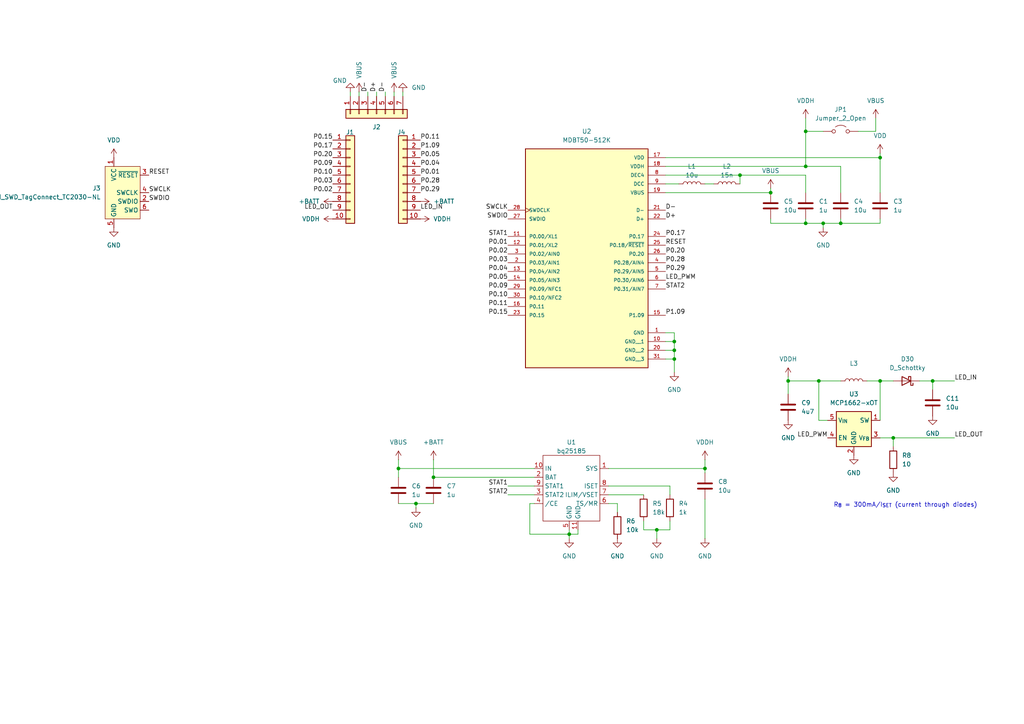
<source format=kicad_sch>
(kicad_sch (version 20250114) (generator "eeschema") (generator_version "9.0")
  (paper "A4")
  (lib_symbols
    (symbol "Connector:Conn_ARM_SWD_TagConnect_TC2030-NL" (in_bom no)
      (property "Reference" "J" (at 2.54 11.43 0))
      (property "Value" "Conn_ARM_SWD_TagConnect_TC2030-NL" (at 2.54 8.89 0))
      (symbol "Conn_ARM_SWD_TagConnect_TC2030-NL_0_0"
        (pin power_in line (at -2.54 10.16 270) (length 2.54) (name "VCC") (number "1"))
        (pin power_in line (at -2.54 -10.16 90) (length 2.54) (name "GND") (number "5"))
        (pin open_collector line (at 7.62 5.08 180) (length 2.54) (name "~{RESET}") (number "3"))
        (pin output line (at 7.62 0 180) (length 2.54) (name "SWCLK") (number "4"))
        (pin bidirectional line (at 7.62 -2.54 180) (length 2.54) (name "SWDIO") (number "2"))
        (pin input line (at 7.62 -5.08 180) (length 2.54) (name "SWO") (number "6"))
      )
      (symbol "Conn_ARM_SWD_TagConnect_TC2030-NL_0_1"
        (rectangle (start -5.08 7.62) (end 5.08 -7.62) (fill (type background)))
      )
    )
    (symbol "Connector_Generic:Conn_01x07" (pin_names (offset 1.016) (hide yes))
      (property "Reference" "J" (at 0 10.16 0))
      (property "Value" "Conn_01x07" (at 0 -10.16 0))
      (symbol "Conn_01x07_1_1"
        (rectangle (start -1.27 8.89) (end 1.27 -8.89) (stroke (width 0.254)) (fill (type background)))
        (rectangle (start -1.27 7.747) (end 0 7.493) (stroke (width 0.1524)))
        (rectangle (start -1.27 5.207) (end 0 4.953) (stroke (width 0.1524)))
        (rectangle (start -1.27 2.667) (end 0 2.413) (stroke (width 0.1524)))
        (rectangle (start -1.27 0.127) (end 0 -0.127) (stroke (width 0.1524)))
        (rectangle (start -1.27 -2.413) (end 0 -2.667) (stroke (width 0.1524)))
        (rectangle (start -1.27 -4.953) (end 0 -5.207) (stroke (width 0.1524)))
        (rectangle (start -1.27 -7.493) (end 0 -7.747) (stroke (width 0.1524)))
        (pin passive line (at -5.08 7.62 0) (length 3.81) (name "Pin_1") (number "1"))
        (pin passive line (at -5.08 5.08 0) (length 3.81) (name "Pin_2") (number "2"))
        (pin passive line (at -5.08 2.54 0) (length 3.81) (name "Pin_3") (number "3"))
        (pin passive line (at -5.08 0 0) (length 3.81) (name "Pin_4") (number "4"))
        (pin passive line (at -5.08 -2.54 0) (length 3.81) (name "Pin_5") (number "5"))
        (pin passive line (at -5.08 -5.08 0) (length 3.81) (name "Pin_6") (number "6"))
        (pin passive line (at -5.08 -7.62 0) (length 3.81) (name "Pin_7") (number "7"))
      )
    )
    (symbol "Connector_Generic:Conn_01x10" (pin_names (offset 1.016) (hide yes))
      (property "Reference" "J" (at 0 12.7 0))
      (property "Value" "Conn_01x10" (at 0 -15.24 0))
      (symbol "Conn_01x10_1_1"
        (rectangle (start -1.27 11.43) (end 1.27 -13.97) (stroke (width 0.254)) (fill (type background)))
        (rectangle (start -1.27 10.287) (end 0 10.033) (stroke (width 0.1524)))
        (rectangle (start -1.27 7.747) (end 0 7.493) (stroke (width 0.1524)))
        (rectangle (start -1.27 5.207) (end 0 4.953) (stroke (width 0.1524)))
        (rectangle (start -1.27 2.667) (end 0 2.413) (stroke (width 0.1524)))
        (rectangle (start -1.27 0.127) (end 0 -0.127) (stroke (width 0.1524)))
        (rectangle (start -1.27 -2.413) (end 0 -2.667) (stroke (width 0.1524)))
        (rectangle (start -1.27 -4.953) (end 0 -5.207) (stroke (width 0.1524)))
        (rectangle (start -1.27 -7.493) (end 0 -7.747) (stroke (width 0.1524)))
        (rectangle (start -1.27 -10.033) (end 0 -10.287) (stroke (width 0.1524)))
        (rectangle (start -1.27 -12.573) (end 0 -12.827) (stroke (width 0.1524)))
        (pin passive line (at -5.08 10.16 0) (length 3.81) (name "Pin_1") (number "1"))
        (pin passive line (at -5.08 7.62 0) (length 3.81) (name "Pin_2") (number "2"))
        (pin passive line (at -5.08 5.08 0) (length 3.81) (name "Pin_3") (number "3"))
        (pin passive line (at -5.08 2.54 0) (length 3.81) (name "Pin_4") (number "4"))
        (pin passive line (at -5.08 0 0) (length 3.81) (name "Pin_5") (number "5"))
        (pin passive line (at -5.08 -2.54 0) (length 3.81) (name "Pin_6") (number "6"))
        (pin passive line (at -5.08 -5.08 0) (length 3.81) (name "Pin_7") (number "7"))
        (pin passive line (at -5.08 -7.62 0) (length 3.81) (name "Pin_8") (number "8"))
        (pin passive line (at -5.08 -10.16 0) (length 3.81) (name "Pin_9") (number "9"))
        (pin passive line (at -5.08 -12.7 0) (length 3.81) (name "Pin_10") (number "10"))
      )
    )
    (symbol "Device:C" (pin_numbers (hide yes)) (pin_names (offset 0.254))
      (property "Reference" "C" (at 0.635 2.54 0))
      (property "Value" "C" (at 0.635 -2.54 0))
      (symbol "C_0_1"
        (polyline (pts (xy -2.032 0.762) (xy 2.032 0.762)) (stroke (width 0.508)))
        (polyline (pts (xy -2.032 -0.762) (xy 2.032 -0.762)) (stroke (width 0.508)))
      )
      (symbol "C_1_1"
        (pin passive line (at 0 3.81 270) (length 2.794) (name "~") (number "1"))
        (pin passive line (at 0 -3.81 90) (length 2.794) (name "~") (number "2"))
      )
    )
    (symbol "Device:D_Schottky" (pin_numbers (hide yes)) (pin_names (offset 1.016) (hide yes))
      (property "Reference" "D" (at 0 2.54 0))
      (property "Value" "D_Schottky" (at 0 -2.54 0))
      (symbol "D_Schottky_0_1"
        (polyline (pts (xy -1.905 0.635) (xy -1.905 1.27) (xy -1.27 1.27) (xy -1.27 -1.27) (xy -0.635 -1.27) (xy -0.635 -0.635)) (stroke (width 0.254)))
        (polyline (pts (xy 1.27 1.27) (xy 1.27 -1.27) (xy -1.27 0) (xy 1.27 1.27)) (stroke (width 0.254)))
        (polyline (pts (xy 1.27 0) (xy -1.27 0)))
      )
      (symbol "D_Schottky_1_1"
        (pin passive line (at -3.81 0 0) (length 2.54) (name "K") (number "1"))
        (pin passive line (at 3.81 0 180) (length 2.54) (name "A") (number "2"))
      )
    )
    (symbol "Device:L" (pin_numbers (hide yes)) (pin_names (offset 1.016) (hide yes))
      (property "Reference" "L" (at -1.27 0 90))
      (property "Value" "L" (at 1.905 0 90))
      (symbol "L_0_1"
        (arc (start 0 2.54) (mid 0.6323 1.905) (end 0 1.27))
        (arc (start 0 1.27) (mid 0.6323 0.635) (end 0 0))
        (arc (start 0 0) (mid 0.6323 -0.635) (end 0 -1.27))
        (arc (start 0 -1.27) (mid 0.6323 -1.905) (end 0 -2.54))
      )
      (symbol "L_1_1"
        (pin passive line (at 0 3.81 270) (length 1.27) (name "1") (number "1"))
        (pin passive line (at 0 -3.81 90) (length 1.27) (name "2") (number "2"))
      )
    )
    (symbol "Device:R" (pin_numbers (hide yes)) (pin_names (offset 0))
      (property "Reference" "R" (at 2.032 0 90))
      (property "Value" "R" (at 0 0 90))
      (symbol "R_0_1"
        (rectangle (start -1.016 -2.54) (end 1.016 2.54) (stroke (width 0.254)))
      )
      (symbol "R_1_1"
        (pin passive line (at 0 3.81 270) (length 1.27) (name "~") (number "1"))
        (pin passive line (at 0 -3.81 90) (length 1.27) (name "~") (number "2"))
      )
    )
    (symbol "Driver_LED:MCP1662-xOT"
      (property "Reference" "U" (at -5.08 6.35 0))
      (property "Value" "MCP1662-xOT" (at 8.89 -6.35 0))
      (symbol "MCP1662-xOT_0_1"
        (rectangle (start -5.08 5.08) (end 5.08 -5.08) (stroke (width 0.254)) (fill (type background)))
      )
      (symbol "MCP1662-xOT_1_1"
        (pin power_in line (at -7.62 2.54 0) (length 2.54) (name "V_{IN}") (number "5"))
        (pin input line (at -7.62 -2.54 0) (length 2.54) (name "EN") (number "4"))
        (pin power_in line (at 0 -7.62 90) (length 2.54) (name "GND") (number "2"))
        (pin power_out line (at 7.62 2.54 180) (length 2.54) (name "SW") (number "1"))
        (pin input line (at 7.62 -2.54 180) (length 2.54) (name "V_{FB}") (number "3"))
      )
    )
    (symbol "Jumper:Jumper_2_Open" (pin_numbers (hide yes)) (pin_names (offset 0) (hide yes)) (exclude_from_sim yes)
      (property "Reference" "JP" (at 0 2.794 0))
      (property "Value" "Jumper_2_Open" (at 0 -2.286 0))
      (symbol "Jumper_2_Open_0_0"
        (circle (center -2.032 0) (radius 0.508))
        (circle (center 2.032 0) (radius 0.508))
      )
      (symbol "Jumper_2_Open_0_1"
        (arc (start -1.524 1.27) (mid 0 1.778) (end 1.524 1.27))
      )
      (symbol "Jumper_2_Open_1_1"
        (pin passive line (at -5.08 0 0) (length 2.54) (name "A") (number "1"))
        (pin passive line (at 5.08 0 180) (length 2.54) (name "B") (number "2"))
      )
    )
    (symbol "MDBT50:MDBT50-512K" (pin_names (offset 1.016))
      (property "Reference" "U" (at -17.78 28.702 0))
      (property "Value" "MDBT50-512K" (at -17.78 -38.1 0))
      (symbol "MDBT50-512K_0_0"
        (rectangle (start -17.78 -35.56) (end 17.78 27.94) (stroke (width 0.254)) (fill (type background)))
        (pin input clock (at -22.86 10.16 0) (length 5.08) (name "SWDCLK") (number "28"))
        (pin bidirectional line (at -22.86 7.62 0) (length 5.08) (name "SWDIO") (number "27"))
        (pin bidirectional line (at -22.86 2.54 0) (length 5.08) (name "P0.00/XL1") (number "11"))
        (pin bidirectional line (at -22.86 0 0) (length 5.08) (name "P0.01/XL2") (number "12"))
        (pin bidirectional line (at -22.86 -2.54 0) (length 5.08) (name "P0.02/AIN0") (number "3"))
        (pin bidirectional line (at -22.86 -5.08 0) (length 5.08) (name "P0.03/AIN1") (number "2"))
        (pin bidirectional line (at -22.86 -7.62 0) (length 5.08) (name "P0.04/AIN2") (number "13"))
        (pin bidirectional line (at -22.86 -10.16 0) (length 5.08) (name "P0.05/AIN3") (number "14"))
        (pin bidirectional line (at -22.86 -12.7 0) (length 5.08) (name "P0.09/NFC1") (number "29"))
        (pin bidirectional line (at -22.86 -15.24 0) (length 5.08) (name "P0.10/NFC2") (number "30"))
        (pin bidirectional line (at -22.86 -17.78 0) (length 5.08) (name "P0.11") (number "16"))
        (pin bidirectional line (at -22.86 -20.32 0) (length 5.08) (name "P0.15") (number "23"))
        (pin power_in line (at 22.86 25.4 180) (length 5.08) (name "VDD") (number "17"))
        (pin power_in line (at 22.86 22.86 180) (length 5.08) (name "VDDH") (number "18"))
        (pin power_in line (at 22.86 20.32 180) (length 5.08) (name "DEC4") (number "8"))
        (pin power_in line (at 22.86 17.78 180) (length 5.08) (name "DCC") (number "9"))
        (pin power_in line (at 22.86 15.24 180) (length 5.08) (name "VBUS") (number "19"))
        (pin bidirectional line (at 22.86 10.16 180) (length 5.08) (name "D-") (number "21"))
        (pin bidirectional line (at 22.86 7.62 180) (length 5.08) (name "D+") (number "22"))
        (pin bidirectional line (at 22.86 2.54 180) (length 5.08) (name "P0.17") (number "24"))
        (pin bidirectional line (at 22.86 0 180) (length 5.08) (name "P0.18/~{RESET}") (number "25"))
        (pin bidirectional line (at 22.86 -2.54 180) (length 5.08) (name "P0.20") (number "26"))
        (pin bidirectional line (at 22.86 -5.08 180) (length 5.08) (name "P0.28/AIN4") (number "4"))
        (pin bidirectional line (at 22.86 -7.62 180) (length 5.08) (name "P0.29/AIN5") (number "5"))
        (pin bidirectional line (at 22.86 -10.16 180) (length 5.08) (name "P0.30/AIN6") (number "6"))
        (pin bidirectional line (at 22.86 -12.7 180) (length 5.08) (name "P0.31/AIN7") (number "7"))
        (pin bidirectional line (at 22.86 -20.32 180) (length 5.08) (name "P1.09") (number "15"))
        (pin power_in line (at 22.86 -25.4 180) (length 5.08) (name "GND") (number "1"))
        (pin power_in line (at 22.86 -27.94 180) (length 5.08) (name "GND__1") (number "10"))
        (pin power_in line (at 22.86 -30.48 180) (length 5.08) (name "GND__2") (number "20"))
        (pin power_in line (at 22.86 -33.02 180) (length 5.08) (name "GND__3") (number "31"))
      )
    )
    (symbol "ocdmk:BQ25185"
      (property "Reference" "U" (at 15.748 14.732 0))
      (symbol "BQ25185_0_1"
        (rectangle (start 0 13.97) (end 16.51 -5.08))
      )
      (symbol "BQ25185_1_1"
        (pin input line (at -2.54 10.16 0) (length 2.54) (name "IN") (number "10"))
        (pin input line (at -2.54 7.62 0) (length 2.54) (name "BAT") (number "2"))
        (pin input line (at -2.54 5.08 0) (length 2.54) (name "STAT1") (number "9"))
        (pin input line (at -2.54 2.54 0) (length 2.54) (name "STAT2") (number "3"))
        (pin input line (at -2.54 0 0) (length 2.54) (name "/CE") (number "4"))
        (pin input line (at 7.62 -7.62 90) (length 2.54) (name "GND") (number "5"))
        (pin input line (at 10.16 -7.62 90) (length 2.54) (name "GND") (number "11"))
        (pin output line (at 19.05 10.16 180) (length 2.54) (name "SYS") (number "1"))
        (pin input line (at 19.05 5.08 180) (length 2.54) (name "ISET") (number "8"))
        (pin input line (at 19.05 2.54 180) (length 2.54) (name "ILIM/VSET") (number "7"))
        (pin input line (at 19.05 0 180) (length 2.54) (name "TS/MR") (number "6"))
      )
    )
    (symbol "power:+BATT" (power) (pin_numbers (hide yes)) (pin_names (offset 0) (hide yes))
      (property "Value" "+BATT" (at 0 3.556 0))
      (symbol "+BATT_0_1"
        (polyline (pts (xy -0.762 1.27) (xy 0 2.54)))
        (polyline (pts (xy 0 2.54) (xy 0.762 1.27)))
        (polyline (pts (xy 0 0) (xy 0 2.54)))
      )
      (symbol "+BATT_1_1"
        (pin power_in line (at 0 0 90) (length 0) (name "~") (number "1"))
      )
    )
    (symbol "power:GND" (power) (pin_numbers (hide yes)) (pin_names (offset 0) (hide yes))
      (property "Value" "GND" (at 0 -3.81 0))
      (symbol "GND_0_1"
        (polyline (pts (xy 0 0) (xy 0 -1.27) (xy 1.27 -1.27) (xy 0 -2.54) (xy -1.27 -1.27) (xy 0 -1.27)))
      )
      (symbol "GND_1_1"
        (pin power_in line (at 0 0 270) (length 0) (name "~") (number "1"))
      )
    )
    (symbol "power:VBUS" (power) (pin_numbers (hide yes)) (pin_names (offset 0) (hide yes))
      (property "Value" "VBUS" (at 0 3.556 0))
      (symbol "VBUS_0_1"
        (polyline (pts (xy -0.762 1.27) (xy 0 2.54)))
        (polyline (pts (xy 0 2.54) (xy 0.762 1.27)))
        (polyline (pts (xy 0 0) (xy 0 2.54)))
      )
      (symbol "VBUS_1_1"
        (pin power_in line (at 0 0 90) (length 0) (name "~") (number "1"))
      )
    )
    (symbol "power:VDD" (power) (pin_numbers (hide yes)) (pin_names (offset 0) (hide yes))
      (property "Value" "VDD" (at 0 3.556 0))
      (symbol "VDD_0_1"
        (polyline (pts (xy -0.762 1.27) (xy 0 2.54)))
        (polyline (pts (xy 0 2.54) (xy 0.762 1.27)))
        (polyline (pts (xy 0 0) (xy 0 2.54)))
      )
      (symbol "VDD_1_1"
        (pin power_in line (at 0 0 90) (length 0) (name "~") (number "1"))
      )
    )
  )
  (text "R_{8} = 300mA/I_{SET} (current through diodes)" (at 262.636 146.558 0) (effects (font (size 1.27 1.27))))
  (junction (at 223.52 55.88))
  (junction (at 195.58 104.14))
  (junction (at 238.76 64.77))
  (junction (at 255.27 110.49))
  (junction (at 255.27 45.72))
  (junction (at 233.68 38.1))
  (junction (at 165.1 154.94))
  (junction (at 195.58 99.06))
  (junction (at 243.84 64.77))
  (junction (at 204.47 135.89))
  (junction (at 237.49 110.49))
  (junction (at 270.51 110.49))
  (junction (at 233.68 48.26))
  (junction (at 214.63 50.8))
  (junction (at 259.08 127))
  (junction (at 120.65 146.05))
  (junction (at 125.73 138.43))
  (junction (at 115.57 135.89))
  (junction (at 190.5 153.67))
  (junction (at 228.6 110.49))
  (junction (at 195.58 101.6))
  (junction (at 233.68 64.77))
  (wire (pts (xy 193.04 48.26) (xy 233.68 48.26)))
  (wire (pts (xy 179.07 146.05) (xy 179.07 148.59)))
  (wire (pts (xy 194.31 140.97) (xy 194.31 143.51)))
  (wire (pts (xy 194.31 151.13) (xy 194.31 153.67)))
  (wire (pts (xy 176.53 146.05) (xy 179.07 146.05)))
  (wire (pts (xy 243.84 48.26) (xy 243.84 55.88)))
  (wire (pts (xy 233.68 50.8) (xy 233.68 55.88)))
  (wire (pts (xy 125.73 146.05) (xy 120.65 146.05)))
  (wire (pts (xy 255.27 121.92) (xy 255.27 110.49)))
  (wire (pts (xy 193.04 53.34) (xy 196.85 53.34)))
  (wire (pts (xy 228.6 110.49) (xy 228.6 114.3)))
  (wire (pts (xy 165.1 154.94) (xy 165.1 153.67)))
  (wire (pts (xy 240.03 121.92) (xy 237.49 121.92)))
  (wire (pts (xy 204.47 144.78) (xy 204.47 156.21)))
  (wire (pts (xy 114.3 26.67) (xy 114.3 27.94)))
  (wire (pts (xy 153.67 146.05) (xy 153.67 154.94)))
  (wire (pts (xy 193.04 101.6) (xy 195.58 101.6)))
  (wire (pts (xy 254 38.1) (xy 248.92 38.1)))
  (wire (pts (xy 204.47 133.35) (xy 204.47 135.89)))
  (wire (pts (xy 104.14 26.67) (xy 104.14 27.94)))
  (wire (pts (xy 214.63 53.34) (xy 214.63 50.8)))
  (wire (pts (xy 214.63 50.8) (xy 233.68 50.8)))
  (wire (pts (xy 243.84 63.5) (xy 243.84 64.77)))
  (wire (pts (xy 115.57 133.35) (xy 115.57 135.89)))
  (wire (pts (xy 259.08 127) (xy 276.86 127)))
  (wire (pts (xy 186.69 153.67) (xy 190.5 153.67)))
  (wire (pts (xy 125.73 138.43) (xy 154.94 138.43)))
  (wire (pts (xy 190.5 153.67) (xy 190.5 156.21)))
  (wire (pts (xy 176.53 140.97) (xy 194.31 140.97)))
  (wire (pts (xy 233.68 63.5) (xy 233.68 64.77)))
  (wire (pts (xy 204.47 135.89) (xy 204.47 137.16)))
  (wire (pts (xy 255.27 55.88) (xy 255.27 45.72)))
  (wire (pts (xy 186.69 151.13) (xy 186.69 153.67)))
  (wire (pts (xy 223.52 63.5) (xy 223.52 64.77)))
  (wire (pts (xy 228.6 109.22) (xy 228.6 110.49)))
  (wire (pts (xy 255.27 63.5) (xy 255.27 64.77)))
  (wire (pts (xy 243.84 64.77) (xy 255.27 64.77)))
  (wire (pts (xy 237.49 121.92) (xy 237.49 110.49)))
  (wire (pts (xy 115.57 146.05) (xy 120.65 146.05)))
  (wire (pts (xy 186.69 143.51) (xy 176.53 143.51)))
  (wire (pts (xy 195.58 104.14) (xy 195.58 107.95)))
  (wire (pts (xy 270.51 110.49) (xy 276.86 110.49)))
  (wire (pts (xy 254 34.29) (xy 254 38.1)))
  (wire (pts (xy 193.04 55.88) (xy 223.52 55.88)))
  (wire (pts (xy 195.58 96.52) (xy 195.58 99.06)))
  (wire (pts (xy 116.84 26.67) (xy 116.84 27.94)))
  (wire (pts (xy 223.52 64.77) (xy 233.68 64.77)))
  (wire (pts (xy 195.58 99.06) (xy 195.58 101.6)))
  (wire (pts (xy 167.64 154.94) (xy 165.1 154.94)))
  (wire (pts (xy 147.32 140.97) (xy 154.94 140.97)))
  (wire (pts (xy 154.94 146.05) (xy 153.67 146.05)))
  (wire (pts (xy 233.68 38.1) (xy 238.76 38.1)))
  (wire (pts (xy 101.6 26.67) (xy 101.6 27.94)))
  (wire (pts (xy 193.04 96.52) (xy 195.58 96.52)))
  (wire (pts (xy 125.73 133.35) (xy 125.73 138.43)))
  (wire (pts (xy 255.27 127) (xy 259.08 127)))
  (wire (pts (xy 115.57 135.89) (xy 154.94 135.89)))
  (wire (pts (xy 214.63 50.8) (xy 193.04 50.8)))
  (wire (pts (xy 204.47 53.34) (xy 207.01 53.34)))
  (wire (pts (xy 176.53 135.89) (xy 204.47 135.89)))
  (wire (pts (xy 266.7 110.49) (xy 270.51 110.49)))
  (wire (pts (xy 195.58 101.6) (xy 195.58 104.14)))
  (wire (pts (xy 190.5 153.67) (xy 194.31 153.67)))
  (wire (pts (xy 251.46 110.49) (xy 255.27 110.49)))
  (wire (pts (xy 255.27 45.72) (xy 193.04 45.72)))
  (wire (pts (xy 270.51 110.49) (xy 270.51 113.03)))
  (wire (pts (xy 255.27 110.49) (xy 259.08 110.49)))
  (wire (pts (xy 255.27 44.45) (xy 255.27 45.72)))
  (wire (pts (xy 243.84 48.26) (xy 233.68 48.26)))
  (wire (pts (xy 193.04 104.14) (xy 195.58 104.14)))
  (wire (pts (xy 223.52 54.61) (xy 223.52 55.88)))
  (wire (pts (xy 243.84 110.49) (xy 237.49 110.49)))
  (wire (pts (xy 109.22 26.67) (xy 109.22 27.94)))
  (wire (pts (xy 120.65 146.05) (xy 120.65 147.32)))
  (wire (pts (xy 106.68 26.67) (xy 106.68 27.94)))
  (wire (pts (xy 238.76 64.77) (xy 238.76 66.04)))
  (wire (pts (xy 167.64 153.67) (xy 167.64 154.94)))
  (wire (pts (xy 233.68 64.77) (xy 238.76 64.77)))
  (wire (pts (xy 238.76 64.77) (xy 243.84 64.77)))
  (wire (pts (xy 233.68 38.1) (xy 233.68 48.26)))
  (wire (pts (xy 147.32 143.51) (xy 154.94 143.51)))
  (wire (pts (xy 115.57 135.89) (xy 115.57 138.43)))
  (wire (pts (xy 153.67 154.94) (xy 165.1 154.94)))
  (wire (pts (xy 193.04 99.06) (xy 195.58 99.06)))
  (wire (pts (xy 233.68 34.29) (xy 233.68 38.1)))
  (wire (pts (xy 111.76 26.67) (xy 111.76 27.94)))
  (wire (pts (xy 165.1 156.21) (xy 165.1 154.94)))
  (wire (pts (xy 237.49 110.49) (xy 228.6 110.49)))
  (wire (pts (xy 259.08 127) (xy 259.08 129.54)))
  (label "P0.04" (at 121.92 48.26 0))
  (label "RESET" (at 193.04 71.12 0))
  (label "P1.09" (at 193.04 91.44 0))
  (label "RESET" (at 43.18 50.8 0))
  (label "P0.17" (at 96.52 43.18 180))
  (label "P0.05" (at 147.32 81.28 180))
  (label "SWCLK" (at 147.32 60.96 180))
  (label "P0.29" (at 193.04 78.74 0))
  (label "D+" (at 109.22 26.67 90))
  (label "P0.20" (at 96.52 45.72 180))
  (label "D-" (at 193.04 60.96 0))
  (label "P0.29" (at 121.92 55.88 0))
  (label "P0.15" (at 96.52 40.64 180))
  (label "LED_OUT" (at 276.86 127 0))
  (label "LED_IN" (at 121.92 60.96 0))
  (label "STAT2" (at 147.32 143.51 180))
  (label "P0.15" (at 147.32 91.44 180))
  (label "P0.10" (at 96.52 50.8 180))
  (label "LED_IN" (at 276.86 110.49 0))
  (label "P0.28" (at 193.04 76.2 0))
  (label "P0.09" (at 147.32 83.82 180))
  (label "D+" (at 193.04 63.5 0))
  (label "D-" (at 106.68 26.67 90))
  (label "P0.09" (at 96.52 48.26 180))
  (label "P0.10" (at 147.32 86.36 180))
  (label "STAT1" (at 147.32 68.58 180))
  (label "LED_PWM" (at 193.04 81.28 0))
  (label "STAT2" (at 193.04 83.82 0))
  (label "STAT1" (at 147.32 140.97 180))
  (label "P0.03" (at 147.32 76.2 180))
  (label "SWDIO" (at 43.18 58.42 0))
  (label "P0.17" (at 193.04 68.58 0))
  (label "P0.03" (at 96.52 53.34 180))
  (label "SWCLK" (at 43.18 55.88 0))
  (label "P0.01" (at 147.32 71.12 180))
  (label "LED_PWM" (at 240.03 127 180))
  (label "SWDIO" (at 147.32 63.5 180))
  (label "P0.11" (at 121.92 40.64 0))
  (label "P0.11" (at 147.32 88.9 180))
  (label "P0.28" (at 121.92 53.34 0))
  (label "P0.20" (at 193.04 73.66 0))
  (label "P0.04" (at 147.32 78.74 180))
  (label "P0.02" (at 96.52 55.88 180))
  (label "LED_OUT" (at 96.52 60.96 180))
  (label "P0.05" (at 121.92 45.72 0))
  (label "P0.01" (at 121.92 50.8 0))
  (label "P0.02" (at 147.32 73.66 180))
  (label "D-" (at 111.76 26.67 90))
  (label "P1.09" (at 121.92 43.18 0))
  (symbol (lib_id "ocdmk:BQ25185") (at 157.48 146.05 0) (unit 1)
    (property "Reference" "U1" (at 165.735 128.27 0))
    (property "Value" "bq25185" (at 165.735 130.81 0))
    (property "Footprint" "ocdmk:SON50P250X250X80-11N" (effects (hide yes)))
    (property "Datasheet" "https://www.ti.com/lit/ds/symlink/bq25185.pdf?ts=1761948010182&ref_url=https%253A%252F%252Fwww.mouser.com%252F" (effects (hide yes)))
  )
  (symbol (lib_id "power:VBUS") (at 115.57 133.35 0) (unit 1)
    (property "Reference" "#PWR021" (effects (hide yes)))
    (property "Value" "VBUS" (at 115.57 128.27 0))
    (property "Description" "Power symbol creates a global label with name \"VBUS\"" (effects (hide yes)))
  )
  (symbol (lib_id "power:GND") (at 165.1 156.21 0) (unit 1)
    (property "Reference" "#PWR015" (effects (hide yes)))
    (property "Value" "GND" (at 165.1 161.29 0))
    (property "Description" "Power symbol creates a global label with name \"GND\" , ground" (effects (hide yes)))
  )
  (symbol (lib_id "power:GND") (at 101.6 26.67 180) (unit 1)
    (property "Reference" "#PWR08" (effects (hide yes)))
    (property "Value" "GND" (at 96.52 23.368 0) (effects (justify right)))
    (property "Description" "Power symbol creates a global label with name \"GND\" , ground" (effects (hide yes)))
  )
  (symbol (lib_id "Device:R") (at 179.07 152.4 0) (unit 1)
    (property "Reference" "R6" (at 181.61 151.1299 0) (effects (justify left)))
    (property "Value" "10k" (at 181.61 153.6699 0) (effects (justify left)))
    (property "Footprint" "Resistor_SMD:R_0603_1608Metric" (effects (hide yes)))
    (property "Description" "Resistor" (effects (hide yes)))
  )
  (symbol (lib_id "power:+BATT") (at 125.73 133.35 0) (unit 1)
    (property "Reference" "#PWR02" (effects (hide yes)))
    (property "Value" "+BATT" (at 125.73 128.27 0))
    (property "Description" "Power symbol creates a global label with name \"+BATT\"" (effects (hide yes)))
  )
  (symbol (lib_id "power:GND") (at 259.08 137.16 0) (unit 1)
    (property "Reference" "#PWR030" (effects (hide yes)))
    (property "Value" "GND" (at 259.08 142.24 0))
    (property "Description" "Power symbol creates a global label with name \"GND\" , ground" (effects (hide yes)))
  )
  (symbol (lib_id "power:+BATT") (at 96.52 58.42 90) (unit 1)
    (property "Reference" "#PWR010" (effects (hide yes)))
    (property "Value" "+BATT" (at 92.71 58.4201 90) (effects (justify left)))
    (property "Description" "Power symbol creates a global label with name \"+BATT\"" (effects (hide yes)))
  )
  (symbol (lib_id "power:GND") (at 238.76 66.04 0) (unit 1)
    (property "Reference" "#PWR01" (effects (hide yes)))
    (property "Value" "GND" (at 238.76 71.12 0))
    (property "Description" "Power symbol creates a global label with name \"GND\" , ground" (effects (hide yes)))
  )
  (symbol (lib_id "Connector_Generic:Conn_01x10") (at 116.84 50.8 0) (mirror y) (unit 1)
    (property "Reference" "J4" (at 117.602 38.354 0) (effects (justify left)))
    (property "Value" "Conn_01x10" (effects (hide yes)))
    (property "Footprint" "Connector_PinHeader_2.54mm:PinHeader_1x10_P2.54mm_Vertical" (effects (hide yes)))
    (property "Description" "Generic connector, single row, 01x10, script generated (kicad-library-utils/schlib/autogen/connector/)" (effects (hide yes)))
  )
  (symbol (lib_id "power:VBUS") (at 114.3 26.67 0) (unit 1)
    (property "Reference" "#PWR034" (effects (hide yes)))
    (property "Value" "VBUS" (at 114.3 17.78 90) (effects (justify right)))
    (property "Description" "Power symbol creates a global label with name \"VBUS\"" (effects (hide yes)))
  )
  (symbol (lib_id "power:VDD") (at 33.02 45.72 0) (unit 1)
    (property "Reference" "#PWR022" (effects (hide yes)))
    (property "Value" "VDD" (at 33.02 40.64 0))
    (property "Description" "Power symbol creates a global label with name \"VDD\"" (effects (hide yes)))
  )
  (symbol (lib_id "Device:C") (at 255.27 59.69 0) (unit 1)
    (property "Reference" "C3" (at 259.08 58.4199 0) (effects (justify left)))
    (property "Value" "1u" (at 259.08 60.96 0) (effects (justify left)))
    (property "Footprint" "Capacitor_SMD:C_0603_1608Metric" (effects (hide yes)))
    (property "Description" "Unpolarized capacitor" (effects (hide yes)))
  )
  (symbol (lib_id "Driver_LED:MCP1662-xOT") (at 247.65 124.46 0) (unit 1)
    (property "Reference" "U3" (at 247.65 114.3 0))
    (property "Value" "MCP1662-xOT" (at 247.65 116.84 0))
    (property "Footprint" "Package_TO_SOT_SMD:SOT-23-5" (effects (hide yes)))
    (property "Datasheet" "https://ww1.microchip.com/downloads/en/DeviceDoc/20005316E.pdf" (effects (hide yes)))
    (property "Description" "Step-Up LED Driver w/ UVLO and Open Load Protection, 500kHz, SOT-23-5" (effects (hide yes)))
  )
  (symbol (lib_id "MDBT50:MDBT50-512K") (at 170.18 71.12 0) (unit 1)
    (property "Reference" "U2" (at 170.18 38.1 0))
    (property "Value" "MDBT50-512K" (at 170.18 40.64 0))
    (property "Footprint" "ocdmk:XCVR_MDBT50-512K" (effects (hide yes)))
    (property "PARTREV" "B" (effects (hide yes)))
    (property "STANDARD" "Manufacturer Recommendations" (effects (hide yes)))
    (property "MAXIMUM_PACKAGE_HEIGHT" "2.3mm" (effects (hide yes)))
    (property "MANUFACTURER" "Raytac" (effects (hide yes)))
  )
  (symbol (lib_id "Device:L") (at 247.65 110.49 90) (unit 1)
    (property "Reference" "L3" (at 247.65 105.41 90))
    (property "Value" "10u" (effects (hide yes)))
    (property "Footprint" "Inductor_SMD:L_0805_2012Metric" (effects (hide yes)))
    (property "Datasheet" "https://mm.digikey.com/Volume0/opasdata/d220001/medias/docus/610/LBC3225T100KR_SS.pdf" (effects (hide yes)))
    (property "Description" "Inductor" (effects (hide yes)))
  )
  (symbol (lib_id "Device:C") (at 125.73 142.24 0) (unit 1)
    (property "Reference" "C7" (at 129.54 140.9699 0) (effects (justify left)))
    (property "Value" "1u" (at 129.54 143.5099 0) (effects (justify left)))
    (property "Footprint" "Capacitor_SMD:C_0603_1608Metric" (effects (hide yes)))
    (property "Description" "Unpolarized capacitor" (effects (hide yes)))
  )
  (symbol (lib_id "Device:C") (at 223.52 59.69 0) (unit 1)
    (property "Reference" "C5" (at 227.33 58.4199 0) (effects (justify left)))
    (property "Value" "10u" (at 227.33 60.9599 0) (effects (justify left)))
    (property "Footprint" "Capacitor_SMD:C_0603_1608Metric" (effects (hide yes)))
    (property "Description" "Unpolarized capacitor" (effects (hide yes)))
  )
  (symbol (lib_id "Connector_Generic:Conn_01x10") (at 101.6 50.8 0) (unit 1)
    (property "Reference" "J1" (at 100.33 38.354 0) (effects (justify left)))
    (property "Value" "Conn_01x10" (effects (hide yes)))
    (property "Footprint" "Connector_PinHeader_2.54mm:PinHeader_1x10_P2.54mm_Vertical" (effects (hide yes)))
    (property "Description" "Generic connector, single row, 01x10, script generated (kicad-library-utils/schlib/autogen/connector/)" (effects (hide yes)))
  )
  (symbol (lib_id "Jumper:Jumper_2_Open") (at 243.84 38.1 0) (unit 1) (exclude_from_sim yes)
    (property "Reference" "JP1" (at 243.84 31.75 0))
    (property "Value" "Jumper_2_Open" (at 243.84 34.29 0))
    (property "Footprint" "Jumper:SolderJumper-2_P1.3mm_Open_TrianglePad1.0x1.5mm" (effects (hide yes)))
    (property "Description" "Jumper, 2-pole, open" (effects (hide yes)))
  )
  (symbol (lib_id "power:VBUS") (at 104.14 26.67 0) (unit 1)
    (property "Reference" "#PWR06" (effects (hide yes)))
    (property "Value" "VBUS" (at 104.14 17.78 90) (effects (justify right)))
    (property "Description" "Power symbol creates a global label with name \"VBUS\"" (effects (hide yes)))
  )
  (symbol (lib_id "power:GND") (at 33.02 66.04 0) (unit 1)
    (property "Reference" "#PWR023" (effects (hide yes)))
    (property "Value" "GND" (at 33.02 71.12 0))
    (property "Description" "Power symbol creates a global label with name \"GND\" , ground" (effects (hide yes)))
  )
  (symbol (lib_id "power:VBUS") (at 223.52 54.61 0) (unit 1)
    (property "Reference" "#PWR03" (effects (hide yes)))
    (property "Value" "VBUS" (at 223.52 49.53 0))
    (property "Description" "Power symbol creates a global label with name \"VBUS\"" (effects (hide yes)))
  )
  (symbol (lib_id "power:GND") (at 190.5 156.21 0) (unit 1)
    (property "Reference" "#PWR018" (effects (hide yes)))
    (property "Value" "GND" (at 190.5 161.29 0))
    (property "Description" "Power symbol creates a global label with name \"GND\" , ground" (effects (hide yes)))
  )
  (symbol (lib_id "power:GND") (at 204.47 156.21 0) (unit 1)
    (property "Reference" "#PWR019" (effects (hide yes)))
    (property "Value" "GND" (at 204.47 161.29 0))
    (property "Description" "Power symbol creates a global label with name \"GND\" , ground" (effects (hide yes)))
  )
  (symbol (lib_id "power:VDD") (at 96.52 63.5 90) (unit 1)
    (property "Reference" "#PWR011" (effects (hide yes)))
    (property "Value" "VDDH" (at 90.17 63.5 90))
    (property "Description" "Power symbol creates a global label with name \"VDD\"" (effects (hide yes)))
  )
  (symbol (lib_id "Device:C") (at 228.6 118.11 0) (unit 1)
    (property "Reference" "C9" (at 232.41 116.8399 0) (effects (justify left)))
    (property "Value" "4u7" (at 232.41 119.3799 0) (effects (justify left)))
    (property "Footprint" "Capacitor_SMD:C_0603_1608Metric" (effects (hide yes)))
    (property "Description" "Unpolarized capacitor" (effects (hide yes)))
  )
  (symbol (lib_id "Device:C") (at 233.68 59.69 0) (unit 1)
    (property "Reference" "C1" (at 237.49 58.4199 0) (effects (justify left)))
    (property "Value" "1u" (at 237.49 60.9599 0) (effects (justify left)))
    (property "Footprint" "Capacitor_SMD:C_0603_1608Metric" (effects (hide yes)))
    (property "Description" "Unpolarized capacitor" (effects (hide yes)))
  )
  (symbol (lib_id "power:GND") (at 179.07 156.21 0) (unit 1)
    (property "Reference" "#PWR017" (effects (hide yes)))
    (property "Value" "GND" (at 179.07 161.29 0))
    (property "Description" "Power symbol creates a global label with name \"GND\" , ground" (effects (hide yes)))
  )
  (symbol (lib_id "Device:C") (at 115.57 142.24 0) (unit 1)
    (property "Reference" "C6" (at 119.38 140.9699 0) (effects (justify left)))
    (property "Value" "1u" (at 119.38 143.5099 0) (effects (justify left)))
    (property "Footprint" "Capacitor_SMD:C_0603_1608Metric" (effects (hide yes)))
    (property "Description" "Unpolarized capacitor" (effects (hide yes)))
  )
  (symbol (lib_id "Device:R") (at 194.31 147.32 0) (unit 1)
    (property "Reference" "R4" (at 196.85 146.0499 0) (effects (justify left)))
    (property "Value" "1k" (at 196.85 148.5899 0) (effects (justify left)))
    (property "Footprint" "Resistor_SMD:R_0603_1608Metric" (effects (hide yes)))
    (property "Description" "Resistor" (effects (hide yes)))
  )
  (symbol (lib_id "Device:R") (at 186.69 147.32 0) (unit 1)
    (property "Reference" "R5" (at 189.23 146.0499 0) (effects (justify left)))
    (property "Value" "18k" (at 189.23 148.5899 0) (effects (justify left)))
    (property "Footprint" "Resistor_SMD:R_0603_1608Metric" (effects (hide yes)))
    (property "Description" "Resistor" (effects (hide yes)))
  )
  (symbol (lib_id "power:GND") (at 195.58 107.95 0) (unit 1)
    (property "Reference" "#PWR07" (effects (hide yes)))
    (property "Value" "GND" (at 195.58 113.03 0))
    (property "Description" "Power symbol creates a global label with name \"GND\" , ground" (effects (hide yes)))
  )
  (symbol (lib_id "Device:R") (at 259.08 133.35 0) (unit 1)
    (property "Reference" "R8" (at 261.62 132.0799 0) (effects (justify left)))
    (property "Value" "10" (at 261.62 134.6199 0) (effects (justify left)))
    (property "Footprint" "Resistor_SMD:R_0603_1608Metric" (effects (hide yes)))
    (property "Description" "Resistor" (effects (hide yes)))
  )
  (symbol (lib_id "Device:L") (at 200.66 53.34 90) (unit 1)
    (property "Reference" "L1" (at 200.66 48.26 90))
    (property "Value" "10u" (at 200.66 50.8 90))
    (property "Footprint" "Inductor_SMD:L_0805_2012Metric" (effects (hide yes)))
    (property "Description" "Inductor" (effects (hide yes)))
  )
  (symbol (lib_id "Device:C") (at 270.51 116.84 0) (unit 1)
    (property "Reference" "C11" (at 274.32 115.5699 0) (effects (justify left)))
    (property "Value" "10u" (at 274.32 118.1099 0) (effects (justify left)))
    (property "Footprint" "Capacitor_SMD:C_1206_3216Metric" (effects (hide yes)))
    (property "Datasheet" "https://cz.mouser.com/ProductDetail/Samsung-Electro-Mechanics/CL31A106KBHNNNE?qs=sGAEpiMZZMuMW9TJLBQkXpvci%252BYHLlg21rnqFxf28Ww%3D" (effects (hide yes)))
    (property "Description" "Unpolarized capacitor" (effects (hide yes)))
  )
  (symbol (lib_id "power:GND") (at 116.84 26.67 180) (unit 1)
    (property "Reference" "#PWR033" (effects (hide yes)))
    (property "Value" "GND" (at 119.38 25.3999 0) (effects (justify right)))
    (property "Description" "Power symbol creates a global label with name \"GND\" , ground" (effects (hide yes)))
  )
  (symbol (lib_id "power:GND") (at 270.51 120.65 0) (unit 1)
    (property "Reference" "#PWR028" (effects (hide yes)))
    (property "Value" "GND" (at 270.51 125.73 0))
    (property "Description" "Power symbol creates a global label with name \"GND\" , ground" (effects (hide yes)))
  )
  (symbol (lib_id "power:VBUS") (at 254 34.29 0) (unit 1)
    (property "Reference" "#PWR04" (effects (hide yes)))
    (property "Value" "VBUS" (at 254 29.21 0))
    (property "Description" "Power symbol creates a global label with name \"VBUS\"" (effects (hide yes)))
  )
  (symbol (lib_id "power:VDD") (at 233.68 34.29 0) (unit 1)
    (property "Reference" "#PWR016" (effects (hide yes)))
    (property "Value" "VDDH" (at 233.68 29.21 0))
    (property "Description" "Power symbol creates a global label with name \"VDD\"" (effects (hide yes)))
  )
  (symbol (lib_id "power:VDD") (at 255.27 44.45 0) (unit 1)
    (property "Reference" "#PWR05" (effects (hide yes)))
    (property "Value" "VDD" (at 255.27 39.37 0))
    (property "Description" "Power symbol creates a global label with name \"VDD\"" (effects (hide yes)))
  )
  (symbol (lib_id "Connector:Conn_ARM_SWD_TagConnect_TC2030-NL") (at 35.56 55.88 0) (unit 1) (in_bom no)
    (property "Reference" "J3" (at 29.21 54.6099 0) (effects (justify right)))
    (property "Value" "Conn_ARM_SWD_TagConnect_TC2030-NL" (at 29.21 57.1499 0) (effects (justify right)))
    (property "Footprint" "Connector:Tag-Connect_TC2030-IDC-NL_2x03_P1.27mm_Vertical" (effects (hide yes)))
    (property "Datasheet" "https://www.tag-connect.com/wp-content/uploads/bsk-pdf-manager/TC2030-CTX_1.pdf" (effects (hide yes)))
    (property "Description" "Tag-Connect ARM Cortex SWD JTAG connector, 6 pin, no legs" (effects (hide yes)))
  )
  (symbol (lib_id "Device:C") (at 243.84 59.69 0) (unit 1)
    (property "Reference" "C4" (at 247.65 58.4199 0) (effects (justify left)))
    (property "Value" "10u" (at 247.65 60.9599 0) (effects (justify left)))
    (property "Footprint" "Capacitor_SMD:C_0603_1608Metric" (effects (hide yes)))
    (property "Description" "Unpolarized capacitor" (effects (hide yes)))
  )
  (symbol (lib_id "power:VDD") (at 204.47 133.35 0) (unit 1)
    (property "Reference" "#PWR020" (effects (hide yes)))
    (property "Value" "VDDH" (at 204.47 128.27 0))
    (property "Description" "Power symbol creates a global label with name \"VDD\"" (effects (hide yes)))
  )
  (symbol (lib_id "power:GND") (at 228.6 121.92 0) (unit 1)
    (property "Reference" "#PWR031" (effects (hide yes)))
    (property "Value" "GND" (at 228.6 127 0))
    (property "Description" "Power symbol creates a global label with name \"GND\" , ground" (effects (hide yes)))
  )
  (symbol (lib_id "Device:L") (at 210.82 53.34 90) (unit 1)
    (property "Reference" "L2" (at 210.82 48.26 90))
    (property "Value" "15n" (at 210.82 50.8 90))
    (property "Footprint" "Inductor_SMD:L_0603_1608Metric" (effects (hide yes)))
    (property "Datasheet" "https://cz.mouser.com/ProductDetail/TE-Connectivity-Sigma-Inductors/2-2176738-2?qs=i8QVZAFTkqR%2Fad%2Fi4BRY8A%3D%3D" (effects (hide yes)))
    (property "Description" "Inductor" (effects (hide yes)))
  )
  (symbol (lib_id "Device:C") (at 204.47 140.97 0) (unit 1)
    (property "Reference" "C8" (at 208.28 139.6999 0) (effects (justify left)))
    (property "Value" "10u" (at 208.28 142.2399 0) (effects (justify left)))
    (property "Footprint" "Capacitor_SMD:C_0603_1608Metric" (effects (hide yes)))
    (property "Description" "Unpolarized capacitor" (effects (hide yes)))
  )
  (symbol (lib_id "power:VDD") (at 228.6 109.22 0) (unit 1)
    (property "Reference" "#PWR032" (effects (hide yes)))
    (property "Value" "VDDH" (at 228.6 104.14 0))
    (property "Description" "Power symbol creates a global label with name \"VDD\"" (effects (hide yes)))
  )
  (symbol (lib_id "power:GND") (at 247.65 132.08 0) (unit 1)
    (property "Reference" "#PWR029" (effects (hide yes)))
    (property "Value" "GND" (at 247.65 137.16 0))
    (property "Description" "Power symbol creates a global label with name \"GND\" , ground" (effects (hide yes)))
  )
  (symbol (lib_id "Connector_Generic:Conn_01x07") (at 109.22 33.02 90) (mirror x) (unit 1)
    (property "Reference" "J2" (at 109.22 36.83 90))
    (property "Value" "Conn_01x07" (effects (hide yes)))
    (property "Footprint" "Connector_PinHeader_2.54mm:PinHeader_1x07_P2.54mm_Vertical" (effects (hide yes)))
    (property "Description" "Generic connector, single row, 01x07, script generated (kicad-library-utils/schlib/autogen/connector/)" (effects (hide yes)))
  )
  (symbol (lib_id "power:VDD") (at 121.92 63.5 270) (unit 1)
    (property "Reference" "#PWR035" (effects (hide yes)))
    (property "Value" "VDDH" (at 128.27 63.5 90))
    (property "Description" "Power symbol creates a global label with name \"VDD\"" (effects (hide yes)))
  )
  (symbol (lib_id "power:GND") (at 120.65 147.32 0) (unit 1)
    (property "Reference" "#PWR014" (effects (hide yes)))
    (property "Value" "GND" (at 120.65 152.4 0))
    (property "Description" "Power symbol creates a global label with name \"GND\" , ground" (effects (hide yes)))
  )
  (symbol (lib_id "Device:D_Schottky") (at 262.89 110.49 180) (unit 1)
    (property "Reference" "D30" (at 263.2075 104.14 0))
    (property "Value" "D_Schottky" (at 263.2075 106.68 0))
    (property "Footprint" "Diode_SMD:D_SOD-123" (effects (hide yes)))
    (property "Datasheet" "https://www.st.com/resource/en/datasheet/bat54-y.pdf" (effects (hide yes)))
    (property "Description" "Schottky diode" (effects (hide yes)))
  )
  (symbol (lib_id "power:+BATT") (at 121.92 58.42 270) (unit 1)
    (property "Reference" "#PWR09" (effects (hide yes)))
    (property "Value" "+BATT" (at 125.73 58.4199 90) (effects (justify left)))
    (property "Description" "Power symbol creates a global label with name \"+BATT\"" (effects (hide yes)))
  )
)
</source>
